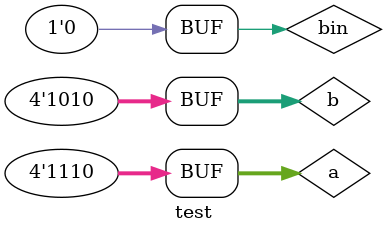
<source format=v>
module fullSubtractor(d,bout,a,b,bin);
output d,bout;
input a,b,bin;
wire [4:0] w;

xor x1(w[0],a,b);
not n1(w[1],a);
and ad1(w[2],b,w[1]);
xor x2(d,w[0],bin);
not n2(w[3],w[0]);
and ad2(w[4],w[3],bin);
or  o1(bout,w[4],w[2]);

endmodule

module fourbitSubtractor(d,bout,a,b,bin);
output [3:0] d;
output bout;
input [3:0] a,b;
input bin;
wire [2:0] w;

fullSubtractor f1(d[0],w[0],a[0],b[0],bin);
fullSubtractor f2(d[1],w[1],a[1],b[1],w[0]);
fullSubtractor f3(d[2],w[2],a[2],b[2],w[1]);
fullSubtractor f4(d[3],bout,a[3],b[3],w[2]);

endmodule

module test;
  reg [3:0] a;
  reg [3:0] b;
  reg bin;
  wire [3:0] d;
  wire bout;
  
  fourbitSubtractor fbs(d,bout,a,b,bin);
  
  initial 
    
begin
  
  $monitor($time," a = %b b = %b bin = %b d = %b bout = %b",a,b,bin,d,bout);
  a=4'b1111; b=4'b0001; bin=1'b0;
  #120
  a=4'b0010; b=4'b1000; bin=1'b1;
  #240
  a=4'b1110; b=4'b1010; bin=1'b0;

  end
endmodule


</source>
